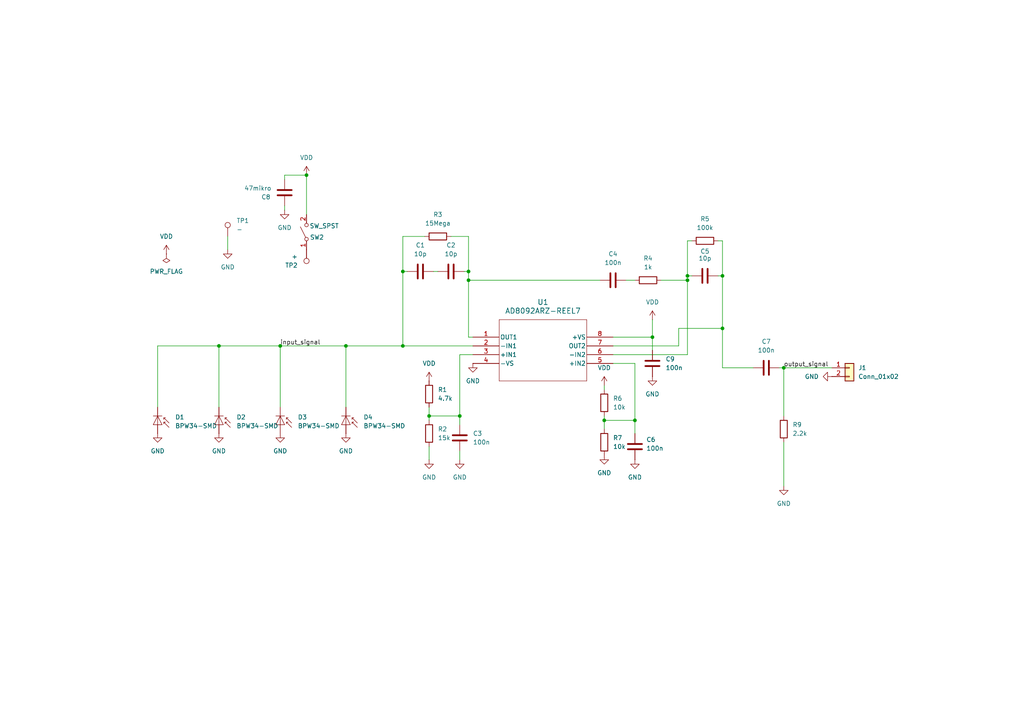
<source format=kicad_sch>
(kicad_sch (version 20250114) (generator "eeschema") (generator_version "9.0")
  (paper "A4")
  (title_block (title "Detector Version 2") (date "2025-04-06"))
  (lib_symbols
    (symbol "2025-03-21_07-43-58:AD8092ARZ-REEL7" (pin_names (offset 0.254))
      (property "Reference" "U" (at 20.32 10.16 0))
      (property "Value" "AD8092ARZ-REEL7" (at 20.32 7.62 0))
      (symbol "AD8092ARZ-REEL7_0_1"
        (polyline (pts (xy 7.62 5.08) (xy 7.62 -12.7)) (stroke (width 0.127)))
        (polyline (pts (xy 7.62 -12.7) (xy 33.02 -12.7)) (stroke (width 0.127)))
        (polyline (pts (xy 33.02 5.08) (xy 7.62 5.08)) (stroke (width 0.127)))
        (polyline (pts (xy 33.02 -12.7) (xy 33.02 5.08)) (stroke (width 0.127)))
        (pin unspecified line (at 0 0 0) (length 7.62) (name "OUT1") (number "1"))
        (pin unspecified line (at 0 -2.54 0) (length 7.62) (name "-IN1") (number "2"))
        (pin unspecified line (at 0 -5.08 0) (length 7.62) (name "+IN1") (number "3"))
        (pin power_in line (at 0 -7.62 0) (length 7.62) (name "-VS") (number "4"))
        (pin power_in line (at 40.64 0 180) (length 7.62) (name "+VS") (number "8"))
        (pin unspecified line (at 40.64 -2.54 180) (length 7.62) (name "OUT2") (number "7"))
        (pin unspecified line (at 40.64 -5.08 180) (length 7.62) (name "-IN2") (number "6"))
        (pin unspecified line (at 40.64 -7.62 180) (length 7.62) (name "+IN2") (number "5"))
      )
    )
    (symbol "Connector:TestPoint" (pin_numbers (hide yes)) (pin_names (offset 0.762) (hide yes))
      (property "Reference" "TP" (at 0 6.858 0))
      (property "Value" "TestPoint" (at 0 5.08 0))
      (symbol "TestPoint_0_1"
        (circle (center 0 3.302) (radius 0.762))
      )
      (symbol "TestPoint_1_1"
        (pin passive line (at 0 0 90) (length 2.54) (name "1") (number "1"))
      )
    )
    (symbol "Connector_Generic:Conn_01x02" (pin_names (offset 1.016) (hide yes))
      (property "Reference" "J" (at 0 2.54 0))
      (property "Value" "Conn_01x02" (at 0 -5.08 0))
      (symbol "Conn_01x02_1_1"
        (rectangle (start -1.27 1.27) (end 1.27 -3.81) (stroke (width 0.254)) (fill (type background)))
        (rectangle (start -1.27 0.127) (end 0 -0.127) (stroke (width 0.1524)))
        (rectangle (start -1.27 -2.413) (end 0 -2.667) (stroke (width 0.1524)))
        (pin passive line (at -5.08 0 0) (length 3.81) (name "Pin_1") (number "1"))
        (pin passive line (at -5.08 -2.54 0) (length 3.81) (name "Pin_2") (number "2"))
      )
    )
    (symbol "Device:C" (pin_numbers (hide yes)) (pin_names (offset 0.254))
      (property "Reference" "C" (at 0.635 2.54 0))
      (property "Value" "C" (at 0.635 -2.54 0))
      (symbol "C_0_1"
        (polyline (pts (xy -2.032 0.762) (xy 2.032 0.762)) (stroke (width 0.508)))
        (polyline (pts (xy -2.032 -0.762) (xy 2.032 -0.762)) (stroke (width 0.508)))
      )
      (symbol "C_1_1"
        (pin passive line (at 0 3.81 270) (length 2.794) (name "~") (number "1"))
        (pin passive line (at 0 -3.81 90) (length 2.794) (name "~") (number "2"))
      )
    )
    (symbol "Device:R" (pin_numbers (hide yes)) (pin_names (offset 0))
      (property "Reference" "R" (at 2.032 0 90))
      (property "Value" "R" (at 0 0 90))
      (symbol "R_0_1"
        (rectangle (start -1.016 -2.54) (end 1.016 2.54) (stroke (width 0.254)))
      )
      (symbol "R_1_1"
        (pin passive line (at 0 3.81 270) (length 1.27) (name "~") (number "1"))
        (pin passive line (at 0 -3.81 90) (length 1.27) (name "~") (number "2"))
      )
    )
    (symbol "Sensor_Optical:BPW34-SMD" (pin_numbers (hide yes)) (pin_names (offset 1.016) (hide yes))
      (property "Reference" "D" (at 0.508 1.778 0))
      (property "Value" "BPW34-SMD" (at -1.016 -2.794 0))
      (symbol "BPW34-SMD_0_1"
        (polyline (pts (xy -2.54 1.27) (xy -2.54 -1.27)) (stroke (width 0.1524)))
        (polyline (pts (xy -2.032 1.778) (xy -1.524 1.778)))
        (polyline (pts (xy -0.508 3.302) (xy -2.032 1.778) (xy -2.032 2.286)))
        (polyline (pts (xy 0 1.27) (xy -2.54 0) (xy 0 -1.27)))
        (polyline (pts (xy 0 0) (xy -2.54 0)))
        (polyline (pts (xy 0 -1.27) (xy 0 1.27)))
        (polyline (pts (xy 0.762 3.302) (xy -0.762 1.778) (xy -0.762 2.286) (xy -0.762 1.778) (xy -0.254 1.778)))
      )
      (symbol "BPW34-SMD_1_1"
        (pin passive line (at -5.08 0 0) (length 2.54) (name "K") (number "1"))
        (pin passive line (at 2.54 0 180) (length 2.54) (name "A") (number "2"))
      )
    )
    (symbol "Switch:SW_SPST" (pin_names (offset 0) (hide yes))
      (property "Reference" "SW" (at 0 3.175 0))
      (property "Value" "SW_SPST" (at 0 -2.54 0))
      (symbol "SW_SPST_0_0"
        (circle (center -2.032 0) (radius 0.508))
        (polyline (pts (xy -1.524 0.254) (xy 1.524 1.778)))
        (circle (center 2.032 0) (radius 0.508))
      )
      (symbol "SW_SPST_1_1"
        (pin passive line (at -5.08 0 0) (length 2.54) (name "A") (number "1"))
        (pin passive line (at 5.08 0 180) (length 2.54) (name "B") (number "2"))
      )
    )
    (symbol "power:GND" (power) (pin_numbers (hide yes)) (pin_names (offset 0) (hide yes))
      (property "Value" "GND" (at 0 -3.81 0))
      (symbol "GND_0_1"
        (polyline (pts (xy 0 0) (xy 0 -1.27) (xy 1.27 -1.27) (xy 0 -2.54) (xy -1.27 -1.27) (xy 0 -1.27)))
      )
      (symbol "GND_1_1"
        (pin power_in line (at 0 0 270) (length 0) (name "~") (number "1"))
      )
    )
    (symbol "power:PWR_FLAG" (power) (pin_numbers (hide yes)) (pin_names (offset 0) (hide yes))
      (property "Value" "PWR_FLAG" (at 0 3.81 0))
      (symbol "PWR_FLAG_0_0"
        (pin power_out line (at 0 0 90) (length 0) (name "~") (number "1"))
      )
      (symbol "PWR_FLAG_0_1"
        (polyline (pts (xy 0 0) (xy 0 1.27) (xy -1.016 1.905) (xy 0 2.54) (xy 1.016 1.905) (xy 0 1.27)))
      )
    )
    (symbol "power:VDD" (power) (pin_numbers (hide yes)) (pin_names (offset 0) (hide yes))
      (property "Value" "VDD" (at 0 3.556 0))
      (symbol "VDD_0_1"
        (polyline (pts (xy -0.762 1.27) (xy 0 2.54)))
        (polyline (pts (xy 0 2.54) (xy 0.762 1.27)))
        (polyline (pts (xy 0 0) (xy 0 2.54)))
      )
      (symbol "VDD_1_1"
        (pin power_in line (at 0 0 90) (length 0) (name "~") (number "1"))
      )
    )
  )
  (junction (at 116.84 100.33))
  (junction (at 88.9 50.8))
  (junction (at 100.33 100.33))
  (junction (at 189.23 97.79))
  (junction (at 184.15 121.92))
  (junction (at 135.89 81.28))
  (junction (at 81.28 100.33))
  (junction (at 199.39 80.01))
  (junction (at 63.5 100.33))
  (junction (at 209.55 80.01))
  (junction (at 133.35 120.65))
  (junction (at 175.26 121.92))
  (junction (at 116.84 78.74))
  (junction (at 227.33 106.68))
  (junction (at 124.46 120.65))
  (junction (at 209.55 95.25))
  (junction (at 199.39 81.28))
  (junction (at 135.89 78.74))
  (wire (pts (xy 63.5 100.33) (xy 63.5 118.11)))
  (wire (pts (xy 177.8 97.79) (xy 189.23 97.79)))
  (wire (pts (xy 100.33 100.33) (xy 100.33 118.11)))
  (wire (pts (xy 135.89 68.58) (xy 135.89 78.74)))
  (wire (pts (xy 227.33 128.27) (xy 227.33 140.97)))
  (wire (pts (xy 133.35 102.87) (xy 137.16 102.87)))
  (wire (pts (xy 88.9 62.23) (xy 88.9 50.8)))
  (wire (pts (xy 209.55 80.01) (xy 209.55 95.25)))
  (wire (pts (xy 124.46 120.65) (xy 133.35 120.65)))
  (wire (pts (xy 196.85 100.33) (xy 177.8 100.33)))
  (wire (pts (xy 135.89 81.28) (xy 135.89 97.79)))
  (wire (pts (xy 135.89 81.28) (xy 173.99 81.28)))
  (wire (pts (xy 124.46 129.54) (xy 124.46 133.35)))
  (wire (pts (xy 45.72 100.33) (xy 45.72 118.11)))
  (wire (pts (xy 199.39 69.85) (xy 199.39 80.01)))
  (wire (pts (xy 175.26 121.92) (xy 184.15 121.92)))
  (wire (pts (xy 124.46 118.11) (xy 124.46 120.65)))
  (wire (pts (xy 116.84 68.58) (xy 116.84 78.74)))
  (wire (pts (xy 45.72 100.33) (xy 63.5 100.33)))
  (wire (pts (xy 209.55 106.68) (xy 218.44 106.68)))
  (wire (pts (xy 63.5 100.33) (xy 81.28 100.33)))
  (wire (pts (xy 199.39 81.28) (xy 199.39 80.01)))
  (wire (pts (xy 81.28 100.33) (xy 100.33 100.33)))
  (wire (pts (xy 209.55 95.25) (xy 209.55 106.68)))
  (wire (pts (xy 209.55 69.85) (xy 209.55 80.01)))
  (wire (pts (xy 184.15 105.41) (xy 184.15 121.92)))
  (wire (pts (xy 189.23 97.79) (xy 189.23 92.71)))
  (wire (pts (xy 124.46 120.65) (xy 124.46 121.92)))
  (wire (pts (xy 226.06 106.68) (xy 227.33 106.68)))
  (wire (pts (xy 133.35 120.65) (xy 133.35 123.19)))
  (wire (pts (xy 133.35 130.81) (xy 133.35 133.35)))
  (wire (pts (xy 134.62 78.74) (xy 135.89 78.74)))
  (wire (pts (xy 227.33 106.68) (xy 227.33 120.65)))
  (wire (pts (xy 100.33 100.33) (xy 116.84 100.33)))
  (wire (pts (xy 135.89 97.79) (xy 137.16 97.79)))
  (wire (pts (xy 184.15 121.92) (xy 184.15 125.73)))
  (wire (pts (xy 82.55 60.96) (xy 82.55 59.69)))
  (wire (pts (xy 175.26 113.03) (xy 175.26 111.76)))
  (wire (pts (xy 116.84 68.58) (xy 123.19 68.58)))
  (wire (pts (xy 82.55 52.07) (xy 82.55 50.8)))
  (wire (pts (xy 81.28 100.33) (xy 81.28 118.11)))
  (wire (pts (xy 88.9 50.8) (xy 82.55 50.8)))
  (wire (pts (xy 189.23 101.6) (xy 189.23 97.79)))
  (wire (pts (xy 175.26 120.65) (xy 175.26 121.92)))
  (wire (pts (xy 66.04 68.58) (xy 66.04 72.39)))
  (wire (pts (xy 133.35 102.87) (xy 133.35 120.65)))
  (wire (pts (xy 181.61 81.28) (xy 184.15 81.28)))
  (wire (pts (xy 184.15 105.41) (xy 177.8 105.41)))
  (wire (pts (xy 191.77 81.28) (xy 199.39 81.28)))
  (wire (pts (xy 199.39 81.28) (xy 199.39 102.87)))
  (wire (pts (xy 116.84 78.74) (xy 118.11 78.74)))
  (wire (pts (xy 135.89 78.74) (xy 135.89 81.28)))
  (wire (pts (xy 200.66 80.01) (xy 199.39 80.01)))
  (wire (pts (xy 125.73 78.74) (xy 127 78.74)))
  (wire (pts (xy 196.85 95.25) (xy 209.55 95.25)))
  (wire (pts (xy 199.39 102.87) (xy 177.8 102.87)))
  (wire (pts (xy 116.84 100.33) (xy 116.84 78.74)))
  (wire (pts (xy 208.28 80.01) (xy 209.55 80.01)))
  (wire (pts (xy 116.84 100.33) (xy 137.16 100.33)))
  (wire (pts (xy 208.28 69.85) (xy 209.55 69.85)))
  (wire (pts (xy 199.39 69.85) (xy 200.66 69.85)))
  (wire (pts (xy 175.26 121.92) (xy 175.26 124.46)))
  (wire (pts (xy 227.33 106.68) (xy 241.3 106.68)))
  (wire (pts (xy 130.81 68.58) (xy 135.89 68.58)))
  (wire (pts (xy 196.85 95.25) (xy 196.85 100.33)))
  (label "input_signal" (at 81.28 100.33 0))
  (label "output_signal" (at 227.33 106.68 0))
  (symbol (lib_id "power:GND") (at 66.04 72.39 0) (unit 1)
    (property "Reference" "#PWR018" (effects (hide yes)))
    (property "Value" "GND" (at 66.04 77.47 0))
    (property "Description" "Power symbol creates a global label with name \"GND\" , ground" (effects (hide yes)))
  )
  (symbol (lib_id "power:VDD") (at 48.26 73.66 0) (unit 1)
    (property "Reference" "#PWR014" (effects (hide yes)))
    (property "Value" "VDD" (at 48.26 68.58 0))
    (property "Description" "Power symbol creates a global label with name \"VDD\"" (effects (hide yes)))
  )
  (symbol (lib_id "power:PWR_FLAG") (at 48.26 73.66 180) (unit 1)
    (property "Reference" "#FLG01" (effects (hide yes)))
    (property "Value" "PWR_FLAG" (at 48.26 78.74 0))
    (property "Description" "Special symbol for telling ERC where power comes from" (effects (hide yes)))
  )
  (symbol (lib_id "Device:C") (at 121.92 78.74 90) (unit 1)
    (property "Reference" "C1" (at 121.92 71.12 90))
    (property "Value" "10p" (at 121.92 73.66 90))
    (property "Footprint" "Capacitor_SMD:C_0805_2012Metric" (effects (hide yes)))
    (property "Description" "Unpolarized capacitor" (effects (hide yes)))
  )
  (symbol (lib_id "Device:C") (at 204.47 80.01 90) (unit 1)
    (property "Reference" "C5" (at 204.47 72.898 90))
    (property "Value" "10p" (at 204.47 74.93 90))
    (property "Footprint" "Capacitor_SMD:C_0805_2012Metric" (effects (hide yes)))
    (property "Description" "Unpolarized capacitor" (effects (hide yes)))
  )
  (symbol (lib_id "power:GND") (at 189.23 109.22 0) (unit 1)
    (property "Reference" "#PWR02" (effects (hide yes)))
    (property "Value" "GND" (at 189.23 114.3 0))
    (property "Description" "Power symbol creates a global label with name \"GND\" , ground" (effects (hide yes)))
  )
  (symbol (lib_id "Device:C") (at 184.15 129.54 180) (unit 1)
    (property "Reference" "C6" (at 187.452 127.508 0) (effects (justify right)))
    (property "Value" "100n" (at 187.452 130.048 0) (effects (justify right)))
    (property "Footprint" "Capacitor_SMD:C_0805_2012Metric" (effects (hide yes)))
    (property "Description" "Unpolarized capacitor" (effects (hide yes)))
  )
  (symbol (lib_id "Device:C") (at 130.81 78.74 90) (unit 1)
    (property "Reference" "C2" (at 130.81 71.12 90))
    (property "Value" "10p" (at 130.81 73.66 90))
    (property "Footprint" "Capacitor_SMD:C_0805_2012Metric" (effects (hide yes)))
    (property "Description" "Unpolarized capacitor" (effects (hide yes)))
  )
  (symbol (lib_id "power:VDD") (at 88.9 50.8 0) (unit 1)
    (property "Reference" "#PWR06" (effects (hide yes)))
    (property "Value" "VDD" (at 88.9 45.72 0))
    (property "Description" "Power symbol creates a global label with name \"VDD\"" (effects (hide yes)))
  )
  (symbol (lib_id "power:GND") (at 45.72 125.73 0) (unit 1)
    (property "Reference" "#PWR03" (effects (hide yes)))
    (property "Value" "GND" (at 45.72 130.81 0))
    (property "Description" "Power symbol creates a global label with name \"GND\" , ground" (effects (hide yes)))
  )
  (symbol (lib_id "power:GND") (at 227.33 140.97 0) (unit 1)
    (property "Reference" "#PWR011" (effects (hide yes)))
    (property "Value" "GND" (at 227.33 146.05 0))
    (property "Description" "Power symbol creates a global label with name \"GND\" , ground" (effects (hide yes)))
  )
  (symbol (lib_id "Sensor_Optical:BPW34-SMD") (at 45.72 123.19 270) (unit 1)
    (property "Reference" "D1" (at 50.8 120.9928 90) (effects (justify left)))
    (property "Value" "BPW34-SMD" (at 50.8 123.5328 90) (effects (justify left)))
    (property "Footprint" "footprints:LED_VBPW34S_VIS" (effects (hide yes)))
    (property "Datasheet" "https://dammedia.osram.info/media/resource/hires/osram-dam-5488319/BPW%2034%20S_EN.pdf" (effects (hide yes)))
    (property "Description" "Silicon PIN Photodiode, Area 2.65x2.65mm" (effects (hide yes)))
  )
  (symbol (lib_id "Device:C") (at 177.8 81.28 90) (unit 1)
    (property "Reference" "C4" (at 177.8 73.66 90))
    (property "Value" "100n" (at 177.8 76.2 90))
    (property "Footprint" "Capacitor_SMD:C_0805_2012Metric" (effects (hide yes)))
    (property "Description" "Unpolarized capacitor" (effects (hide yes)))
  )
  (symbol (lib_id "power:GND") (at 241.3 109.22 270) (unit 1)
    (property "Reference" "#PWR017" (effects (hide yes)))
    (property "Value" "GND" (at 237.49 109.2199 90) (effects (justify right)))
    (property "Description" "Power symbol creates a global label with name \"GND\" , ground" (effects (hide yes)))
  )
  (symbol (lib_id "Device:R") (at 127 68.58 90) (unit 1)
    (property "Reference" "R3" (at 127 62.23 90))
    (property "Value" "15Mega" (at 127 64.77 90))
    (property "Footprint" "Resistor_SMD:R_0805_2012Metric" (effects (hide yes)))
    (property "Description" "Resistor" (effects (hide yes)))
  )
  (symbol (lib_id "Connector_Generic:Conn_01x02") (at 246.38 106.68 0) (unit 1)
    (property "Reference" "J1" (at 248.92 106.6799 0) (effects (justify left)))
    (property "Value" "Conn_01x02" (at 248.92 109.2199 0) (effects (justify left)))
    (property "Footprint" "footprints:CONN_SJ-2523-SMT-TR_CUD" (effects (hide yes)))
    (property "Description" "Generic connector, single row, 01x02, script generated (kicad-library-utils/schlib/autogen/connector/)" (effects (hide yes)))
  )
  (symbol (lib_id "power:GND") (at 81.28 125.73 0) (unit 1)
    (property "Reference" "#PWR015" (effects (hide yes)))
    (property "Value" "GND" (at 81.28 130.81 0))
    (property "Description" "Power symbol creates a global label with name \"GND\" , ground" (effects (hide yes)))
  )
  (symbol (lib_id "power:GND") (at 124.46 133.35 0) (unit 1)
    (property "Reference" "#PWR07" (effects (hide yes)))
    (property "Value" "GND" (at 124.46 138.43 0))
    (property "Description" "Power symbol creates a global label with name \"GND\" , ground" (effects (hide yes)))
  )
  (symbol (lib_id "Switch:SW_SPST") (at 88.9 67.31 90) (unit 1)
    (property "Reference" "SW2" (at 93.98 68.834 90) (effects (justify left)))
    (property "Value" "SW_SPST" (at 98.298 65.532 90) (effects (justify left)))
    (property "Footprint" "footprints:SWITCH_102AGRLC" (effects (hide yes)))
    (property "Description" "Single Pole Single Throw (SPST) switch" (effects (hide yes)))
  )
  (symbol (lib_id "Device:R") (at 175.26 116.84 0) (unit 1)
    (property "Reference" "R6" (at 177.8 115.5699 0) (effects (justify left)))
    (property "Value" "10k" (at 177.8 118.1099 0) (effects (justify left)))
    (property "Footprint" "Resistor_SMD:R_0805_2012Metric" (effects (hide yes)))
    (property "Description" "Resistor" (effects (hide yes)))
  )
  (symbol (lib_id "power:GND") (at 137.16 105.41 0) (unit 1)
    (property "Reference" "#PWR01" (effects (hide yes)))
    (property "Value" "GND" (at 137.16 110.49 0))
    (property "Description" "Power symbol creates a global label with name \"GND\" , ground" (effects (hide yes)))
  )
  (symbol (lib_id "Sensor_Optical:BPW34-SMD") (at 100.33 123.19 270) (unit 1)
    (property "Reference" "D4" (at 105.41 120.9928 90) (effects (justify left)))
    (property "Value" "BPW34-SMD" (at 105.41 123.5328 90) (effects (justify left)))
    (property "Footprint" "footprints:LED_VBPW34S_VIS" (effects (hide yes)))
    (property "Datasheet" "https://dammedia.osram.info/media/resource/hires/osram-dam-5488319/BPW%2034%20S_EN.pdf" (effects (hide yes)))
    (property "Description" "Silicon PIN Photodiode, Area 2.65x2.65mm" (effects (hide yes)))
  )
  (symbol (lib_id "Device:C") (at 189.23 105.41 0) (unit 1)
    (property "Reference" "C9" (at 193.04 104.1399 0) (effects (justify left)))
    (property "Value" "100n" (at 193.04 106.6799 0) (effects (justify left)))
    (property "Footprint" "Capacitor_SMD:C_0805_2012Metric" (effects (hide yes)))
    (property "Description" "Unpolarized capacitor" (effects (hide yes)))
  )
  (symbol (lib_id "power:GND") (at 184.15 133.35 0) (unit 1)
    (property "Reference" "#PWR010" (effects (hide yes)))
    (property "Value" "GND" (at 184.15 138.43 0))
    (property "Description" "Power symbol creates a global label with name \"GND\" , ground" (effects (hide yes)))
  )
  (symbol (lib_id "Device:C") (at 222.25 106.68 90) (unit 1)
    (property "Reference" "C7" (at 222.25 99.06 90))
    (property "Value" "100n" (at 222.25 101.6 90))
    (property "Footprint" "Capacitor_SMD:C_0805_2012Metric" (effects (hide yes)))
    (property "Description" "Unpolarized capacitor" (effects (hide yes)))
  )
  (symbol (lib_id "Connector:TestPoint") (at 66.04 68.58 0) (unit 1)
    (property "Reference" "TP1" (at 68.58 64.0079 0) (effects (justify left)))
    (property "Value" "-" (at 68.58 66.5479 0) (effects (justify left)))
    (property "Footprint" "Connector_PinHeader_1.00mm:PinHeader_1x01_P1.00mm_Vertical" (effects (hide yes)))
    (property "Description" "test point" (effects (hide yes)))
  )
  (symbol (lib_id "power:GND") (at 100.33 125.73 0) (unit 1)
    (property "Reference" "#PWR016" (effects (hide yes)))
    (property "Value" "GND" (at 100.33 130.81 0))
    (property "Description" "Power symbol creates a global label with name \"GND\" , ground" (effects (hide yes)))
  )
  (symbol (lib_id "2025-03-21_07-43-58:AD8092ARZ-REEL7") (at 137.16 97.79 0) (unit 1)
    (property "Reference" "U1" (at 157.48 87.63 0) (effects (font (size 1.524 1.524))))
    (property "Value" "AD8092ARZ-REEL7" (at 157.48 90.17 0) (effects (font (size 1.524 1.524))))
    (property "Footprint" "footprints:R_8_ADI" (effects (hide yes)))
    (property "Datasheet" "AD8092ARZ-REEL7" (effects (hide yes)))
  )
  (symbol (lib_id "Device:R") (at 124.46 114.3 0) (unit 1)
    (property "Reference" "R1" (at 127 113.0299 0) (effects (justify left)))
    (property "Value" "4.7k" (at 127 115.5699 0) (effects (justify left)))
    (property "Footprint" "Resistor_SMD:R_0805_2012Metric" (effects (hide yes)))
    (property "Description" "Resistor" (effects (hide yes)))
  )
  (symbol (lib_id "Device:R") (at 187.96 81.28 90) (unit 1)
    (property "Reference" "R4" (at 187.96 74.93 90))
    (property "Value" "1k" (at 187.96 77.47 90))
    (property "Footprint" "Resistor_SMD:R_0805_2012Metric" (effects (hide yes)))
    (property "Description" "Resistor" (effects (hide yes)))
  )
  (symbol (lib_id "Device:C") (at 133.35 127 0) (unit 1)
    (property "Reference" "C3" (at 137.16 125.7299 0) (effects (justify left)))
    (property "Value" "100n" (at 137.16 128.2699 0) (effects (justify left)))
    (property "Footprint" "Capacitor_SMD:C_0805_2012Metric" (effects (hide yes)))
    (property "Description" "Unpolarized capacitor" (effects (hide yes)))
  )
  (symbol (lib_id "power:VDD") (at 124.46 110.49 0) (unit 1)
    (property "Reference" "#PWR012" (effects (hide yes)))
    (property "Value" "VDD" (at 124.46 105.41 0))
    (property "Description" "Power symbol creates a global label with name \"VDD\"" (effects (hide yes)))
  )
  (symbol (lib_id "power:VDD") (at 189.23 92.71 0) (unit 1)
    (property "Reference" "#PWR013" (effects (hide yes)))
    (property "Value" "VDD" (at 189.23 87.63 0))
    (property "Description" "Power symbol creates a global label with name \"VDD\"" (effects (hide yes)))
  )
  (symbol (lib_id "Connector:TestPoint") (at 88.9 72.39 180) (unit 1)
    (property "Reference" "TP2" (at 86.36 76.9621 0) (effects (justify left)))
    (property "Value" "+" (at 86.36 74.4221 0) (effects (justify left)))
    (property "Footprint" "Connector_PinHeader_1.00mm:PinHeader_1x01_P1.00mm_Vertical" (effects (hide yes)))
    (property "Description" "test point" (effects (hide yes)))
  )
  (symbol (lib_id "Device:R") (at 227.33 124.46 0) (unit 1)
    (property "Reference" "R9" (at 229.87 123.1899 0) (effects (justify left)))
    (property "Value" "2.2k" (at 229.87 125.7299 0) (effects (justify left)))
    (property "Footprint" "Resistor_SMD:R_0805_2012Metric" (effects (hide yes)))
    (property "Description" "Resistor" (effects (hide yes)))
  )
  (symbol (lib_id "Device:C") (at 82.55 55.88 0) (unit 1)
    (property "Reference" "C8" (at 78.486 57.15 0) (effects (justify right)))
    (property "Value" "47mikro" (at 78.74 54.6101 0) (effects (justify right)))
    (property "Footprint" "footprints:PCAP_EEHZ_D_PAN" (effects (hide yes)))
    (property "Description" "Unpolarized capacitor" (effects (hide yes)))
  )
  (symbol (lib_id "Sensor_Optical:BPW34-SMD") (at 63.5 123.19 270) (unit 1)
    (property "Reference" "D2" (at 68.58 120.9928 90) (effects (justify left)))
    (property "Value" "BPW34-SMD" (at 68.58 123.5328 90) (effects (justify left)))
    (property "Footprint" "footprints:LED_VBPW34S_VIS" (effects (hide yes)))
    (property "Datasheet" "https://dammedia.osram.info/media/resource/hires/osram-dam-5488319/BPW%2034%20S_EN.pdf" (effects (hide yes)))
    (property "Description" "Silicon PIN Photodiode, Area 2.65x2.65mm" (effects (hide yes)))
  )
  (symbol (lib_id "power:GND") (at 63.5 125.73 0) (unit 1)
    (property "Reference" "#PWR04" (effects (hide yes)))
    (property "Value" "GND" (at 63.5 130.81 0))
    (property "Description" "Power symbol creates a global label with name \"GND\" , ground" (effects (hide yes)))
  )
  (symbol (lib_id "Device:R") (at 124.46 125.73 0) (unit 1)
    (property "Reference" "R2" (at 127 124.4599 0) (effects (justify left)))
    (property "Value" "15k" (at 127 126.9999 0) (effects (justify left)))
    (property "Footprint" "Resistor_SMD:R_0805_2012Metric" (effects (hide yes)))
    (property "Description" "Resistor" (effects (hide yes)))
  )
  (symbol (lib_id "Device:R") (at 204.47 69.85 90) (unit 1)
    (property "Reference" "R5" (at 204.47 63.5 90))
    (property "Value" "100k" (at 204.47 66.04 90))
    (property "Footprint" "Resistor_SMD:R_0805_2012Metric" (effects (hide yes)))
    (property "Description" "Resistor" (effects (hide yes)))
  )
  (symbol (lib_id "power:GND") (at 175.26 132.08 0) (unit 1)
    (property "Reference" "#PWR09" (effects (hide yes)))
    (property "Value" "GND" (at 175.26 137.16 0))
    (property "Description" "Power symbol creates a global label with name \"GND\" , ground" (effects (hide yes)))
  )
  (symbol (lib_id "Device:R") (at 175.26 128.27 0) (unit 1)
    (property "Reference" "R7" (at 177.8 126.9999 0) (effects (justify left)))
    (property "Value" "10k" (at 177.8 129.5399 0) (effects (justify left)))
    (property "Footprint" "Resistor_SMD:R_0805_2012Metric" (effects (hide yes)))
    (property "Description" "Resistor" (effects (hide yes)))
  )
  (symbol (lib_id "power:GND") (at 133.35 133.35 0) (unit 1)
    (property "Reference" "#PWR08" (effects (hide yes)))
    (property "Value" "GND" (at 133.35 138.43 0))
    (property "Description" "Power symbol creates a global label with name \"GND\" , ground" (effects (hide yes)))
  )
  (symbol (lib_id "power:GND") (at 82.55 60.96 0) (unit 1)
    (property "Reference" "#PWR05" (effects (hide yes)))
    (property "Value" "GND" (at 82.55 66.04 0))
    (property "Description" "Power symbol creates a global label with name \"GND\" , ground" (effects (hide yes)))
  )
  (symbol (lib_id "Sensor_Optical:BPW34-SMD") (at 81.28 123.19 270) (unit 1)
    (property "Reference" "D3" (at 86.36 120.9928 90) (effects (justify left)))
    (property "Value" "BPW34-SMD" (at 86.36 123.5328 90) (effects (justify left)))
    (property "Footprint" "footprints:LED_VBPW34S_VIS" (effects (hide yes)))
    (property "Datasheet" "https://dammedia.osram.info/media/resource/hires/osram-dam-5488319/BPW%2034%20S_EN.pdf" (effects (hide yes)))
    (property "Description" "Silicon PIN Photodiode, Area 2.65x2.65mm" (effects (hide yes)))
  )
  (symbol (lib_id "power:VDD") (at 175.26 111.76 0) (unit 1)
    (property "Reference" "#PWR019" (effects (hide yes)))
    (property "Value" "VDD" (at 175.26 106.68 0))
    (property "Description" "Power symbol creates a global label with name \"VDD\"" (effects (hide yes)))
  )
)
</source>
